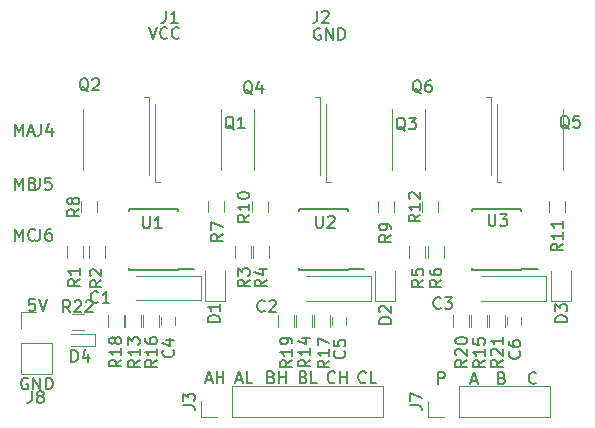
<source format=gbr>
G04 #@! TF.GenerationSoftware,KiCad,Pcbnew,(5.1.5-0-10_14)*
G04 #@! TF.CreationDate,2020-02-25T16:28:57+09:00*
G04 #@! TF.ProjectId,hbldc,68626c64-632e-46b6-9963-61645f706362,rev?*
G04 #@! TF.SameCoordinates,Original*
G04 #@! TF.FileFunction,Legend,Top*
G04 #@! TF.FilePolarity,Positive*
%FSLAX46Y46*%
G04 Gerber Fmt 4.6, Leading zero omitted, Abs format (unit mm)*
G04 Created by KiCad (PCBNEW (5.1.5-0-10_14)) date 2020-02-25 16:28:57*
%MOMM*%
%LPD*%
G04 APERTURE LIST*
%ADD10C,0.150000*%
%ADD11C,0.120000*%
G04 APERTURE END LIST*
D10*
X124309523Y-56627142D02*
X124261904Y-56674761D01*
X124119047Y-56722380D01*
X124023809Y-56722380D01*
X123880952Y-56674761D01*
X123785714Y-56579523D01*
X123738095Y-56484285D01*
X123690476Y-56293809D01*
X123690476Y-56150952D01*
X123738095Y-55960476D01*
X123785714Y-55865238D01*
X123880952Y-55770000D01*
X124023809Y-55722380D01*
X124119047Y-55722380D01*
X124261904Y-55770000D01*
X124309523Y-55817619D01*
X121421428Y-56198571D02*
X121564285Y-56246190D01*
X121611904Y-56293809D01*
X121659523Y-56389047D01*
X121659523Y-56531904D01*
X121611904Y-56627142D01*
X121564285Y-56674761D01*
X121469047Y-56722380D01*
X121088095Y-56722380D01*
X121088095Y-55722380D01*
X121421428Y-55722380D01*
X121516666Y-55770000D01*
X121564285Y-55817619D01*
X121611904Y-55912857D01*
X121611904Y-56008095D01*
X121564285Y-56103333D01*
X121516666Y-56150952D01*
X121421428Y-56198571D01*
X121088095Y-56198571D01*
X118791904Y-56436666D02*
X119268095Y-56436666D01*
X118696666Y-56722380D02*
X119030000Y-55722380D01*
X119363333Y-56722380D01*
X116018095Y-56722380D02*
X116018095Y-55722380D01*
X116399047Y-55722380D01*
X116494285Y-55770000D01*
X116541904Y-55817619D01*
X116589523Y-55912857D01*
X116589523Y-56055714D01*
X116541904Y-56150952D01*
X116494285Y-56198571D01*
X116399047Y-56246190D01*
X116018095Y-56246190D01*
X109894761Y-56567142D02*
X109847142Y-56614761D01*
X109704285Y-56662380D01*
X109609047Y-56662380D01*
X109466190Y-56614761D01*
X109370952Y-56519523D01*
X109323333Y-56424285D01*
X109275714Y-56233809D01*
X109275714Y-56090952D01*
X109323333Y-55900476D01*
X109370952Y-55805238D01*
X109466190Y-55710000D01*
X109609047Y-55662380D01*
X109704285Y-55662380D01*
X109847142Y-55710000D01*
X109894761Y-55757619D01*
X110799523Y-56662380D02*
X110323333Y-56662380D01*
X110323333Y-55662380D01*
X107275714Y-56567142D02*
X107228095Y-56614761D01*
X107085238Y-56662380D01*
X106990000Y-56662380D01*
X106847142Y-56614761D01*
X106751904Y-56519523D01*
X106704285Y-56424285D01*
X106656666Y-56233809D01*
X106656666Y-56090952D01*
X106704285Y-55900476D01*
X106751904Y-55805238D01*
X106847142Y-55710000D01*
X106990000Y-55662380D01*
X107085238Y-55662380D01*
X107228095Y-55710000D01*
X107275714Y-55757619D01*
X107704285Y-56662380D02*
X107704285Y-55662380D01*
X107704285Y-56138571D02*
X108275714Y-56138571D01*
X108275714Y-56662380D02*
X108275714Y-55662380D01*
X104626666Y-56138571D02*
X104769523Y-56186190D01*
X104817142Y-56233809D01*
X104864761Y-56329047D01*
X104864761Y-56471904D01*
X104817142Y-56567142D01*
X104769523Y-56614761D01*
X104674285Y-56662380D01*
X104293333Y-56662380D01*
X104293333Y-55662380D01*
X104626666Y-55662380D01*
X104721904Y-55710000D01*
X104769523Y-55757619D01*
X104817142Y-55852857D01*
X104817142Y-55948095D01*
X104769523Y-56043333D01*
X104721904Y-56090952D01*
X104626666Y-56138571D01*
X104293333Y-56138571D01*
X105769523Y-56662380D02*
X105293333Y-56662380D01*
X105293333Y-55662380D01*
X101897619Y-56138571D02*
X102040476Y-56186190D01*
X102088095Y-56233809D01*
X102135714Y-56329047D01*
X102135714Y-56471904D01*
X102088095Y-56567142D01*
X102040476Y-56614761D01*
X101945238Y-56662380D01*
X101564285Y-56662380D01*
X101564285Y-55662380D01*
X101897619Y-55662380D01*
X101992857Y-55710000D01*
X102040476Y-55757619D01*
X102088095Y-55852857D01*
X102088095Y-55948095D01*
X102040476Y-56043333D01*
X101992857Y-56090952D01*
X101897619Y-56138571D01*
X101564285Y-56138571D01*
X102564285Y-56662380D02*
X102564285Y-55662380D01*
X102564285Y-56138571D02*
X103135714Y-56138571D01*
X103135714Y-56662380D02*
X103135714Y-55662380D01*
X98917142Y-56376666D02*
X99393333Y-56376666D01*
X98821904Y-56662380D02*
X99155238Y-55662380D01*
X99488571Y-56662380D01*
X100298095Y-56662380D02*
X99821904Y-56662380D01*
X99821904Y-55662380D01*
X96358095Y-56376666D02*
X96834285Y-56376666D01*
X96262857Y-56662380D02*
X96596190Y-55662380D01*
X96929523Y-56662380D01*
X97262857Y-56662380D02*
X97262857Y-55662380D01*
X97262857Y-56138571D02*
X97834285Y-56138571D01*
X97834285Y-56662380D02*
X97834285Y-55662380D01*
X81278095Y-56230000D02*
X81182857Y-56182380D01*
X81040000Y-56182380D01*
X80897142Y-56230000D01*
X80801904Y-56325238D01*
X80754285Y-56420476D01*
X80706666Y-56610952D01*
X80706666Y-56753809D01*
X80754285Y-56944285D01*
X80801904Y-57039523D01*
X80897142Y-57134761D01*
X81040000Y-57182380D01*
X81135238Y-57182380D01*
X81278095Y-57134761D01*
X81325714Y-57087142D01*
X81325714Y-56753809D01*
X81135238Y-56753809D01*
X81754285Y-57182380D02*
X81754285Y-56182380D01*
X82325714Y-57182380D01*
X82325714Y-56182380D01*
X82801904Y-57182380D02*
X82801904Y-56182380D01*
X83040000Y-56182380D01*
X83182857Y-56230000D01*
X83278095Y-56325238D01*
X83325714Y-56420476D01*
X83373333Y-56610952D01*
X83373333Y-56753809D01*
X83325714Y-56944285D01*
X83278095Y-57039523D01*
X83182857Y-57134761D01*
X83040000Y-57182380D01*
X82801904Y-57182380D01*
X81869523Y-49552380D02*
X81393333Y-49552380D01*
X81345714Y-50028571D01*
X81393333Y-49980952D01*
X81488571Y-49933333D01*
X81726666Y-49933333D01*
X81821904Y-49980952D01*
X81869523Y-50028571D01*
X81917142Y-50123809D01*
X81917142Y-50361904D01*
X81869523Y-50457142D01*
X81821904Y-50504761D01*
X81726666Y-50552380D01*
X81488571Y-50552380D01*
X81393333Y-50504761D01*
X81345714Y-50457142D01*
X82202857Y-49552380D02*
X82536190Y-50552380D01*
X82869523Y-49552380D01*
X80198094Y-40272380D02*
X80198094Y-39272380D01*
X80531428Y-39986666D01*
X80864761Y-39272380D01*
X80864761Y-40272380D01*
X81674285Y-39748571D02*
X81817142Y-39796190D01*
X81864761Y-39843809D01*
X81912380Y-39939047D01*
X81912380Y-40081904D01*
X81864761Y-40177142D01*
X81817142Y-40224761D01*
X81721904Y-40272380D01*
X81340951Y-40272380D01*
X81340951Y-39272380D01*
X81674285Y-39272380D01*
X81769523Y-39320000D01*
X81817142Y-39367619D01*
X81864761Y-39462857D01*
X81864761Y-39558095D01*
X81817142Y-39653333D01*
X81769523Y-39700952D01*
X81674285Y-39748571D01*
X81340951Y-39748571D01*
X80198094Y-44592380D02*
X80198094Y-43592380D01*
X80531428Y-44306666D01*
X80864761Y-43592380D01*
X80864761Y-44592380D01*
X81912380Y-44497142D02*
X81864761Y-44544761D01*
X81721904Y-44592380D01*
X81626666Y-44592380D01*
X81483808Y-44544761D01*
X81388570Y-44449523D01*
X81340951Y-44354285D01*
X81293332Y-44163809D01*
X81293332Y-44020952D01*
X81340951Y-43830476D01*
X81388570Y-43735238D01*
X81483808Y-43640000D01*
X81626666Y-43592380D01*
X81721904Y-43592380D01*
X81864761Y-43640000D01*
X81912380Y-43687619D01*
X80198095Y-35702380D02*
X80198095Y-34702380D01*
X80531428Y-35416666D01*
X80864761Y-34702380D01*
X80864761Y-35702380D01*
X81293333Y-35416666D02*
X81769523Y-35416666D01*
X81198095Y-35702380D02*
X81531428Y-34702380D01*
X81864761Y-35702380D01*
X106058095Y-26630000D02*
X105962857Y-26582380D01*
X105820000Y-26582380D01*
X105677142Y-26630000D01*
X105581904Y-26725238D01*
X105534285Y-26820476D01*
X105486666Y-27010952D01*
X105486666Y-27153809D01*
X105534285Y-27344285D01*
X105581904Y-27439523D01*
X105677142Y-27534761D01*
X105820000Y-27582380D01*
X105915238Y-27582380D01*
X106058095Y-27534761D01*
X106105714Y-27487142D01*
X106105714Y-27153809D01*
X105915238Y-27153809D01*
X106534285Y-27582380D02*
X106534285Y-26582380D01*
X107105714Y-27582380D01*
X107105714Y-26582380D01*
X107581904Y-27582380D02*
X107581904Y-26582380D01*
X107820000Y-26582380D01*
X107962857Y-26630000D01*
X108058095Y-26725238D01*
X108105714Y-26820476D01*
X108153333Y-27010952D01*
X108153333Y-27153809D01*
X108105714Y-27344285D01*
X108058095Y-27439523D01*
X107962857Y-27534761D01*
X107820000Y-27582380D01*
X107581904Y-27582380D01*
X91516666Y-26512380D02*
X91850000Y-27512380D01*
X92183333Y-26512380D01*
X93088095Y-27417142D02*
X93040476Y-27464761D01*
X92897619Y-27512380D01*
X92802380Y-27512380D01*
X92659523Y-27464761D01*
X92564285Y-27369523D01*
X92516666Y-27274285D01*
X92469047Y-27083809D01*
X92469047Y-26940952D01*
X92516666Y-26750476D01*
X92564285Y-26655238D01*
X92659523Y-26560000D01*
X92802380Y-26512380D01*
X92897619Y-26512380D01*
X93040476Y-26560000D01*
X93088095Y-26607619D01*
X94088095Y-27417142D02*
X94040476Y-27464761D01*
X93897619Y-27512380D01*
X93802380Y-27512380D01*
X93659523Y-27464761D01*
X93564285Y-27369523D01*
X93516666Y-27274285D01*
X93469047Y-27083809D01*
X93469047Y-26940952D01*
X93516666Y-26750476D01*
X93564285Y-26655238D01*
X93659523Y-26560000D01*
X93802380Y-26512380D01*
X93897619Y-26512380D01*
X94040476Y-26560000D01*
X94088095Y-26607619D01*
D11*
X95900000Y-49650000D02*
X90400000Y-49650000D01*
X95900000Y-47550000D02*
X90400000Y-47550000D01*
X95900000Y-49650000D02*
X95900000Y-47550000D01*
X110326000Y-49660000D02*
X110326000Y-47560000D01*
X110326000Y-47560000D02*
X104826000Y-47560000D01*
X110326000Y-49660000D02*
X104826000Y-49660000D01*
X125150000Y-49660000D02*
X119650000Y-49660000D01*
X125150000Y-47560000D02*
X119650000Y-47560000D01*
X125150000Y-49660000D02*
X125150000Y-47560000D01*
X93730000Y-51070000D02*
X93730000Y-51770000D01*
X92530000Y-51770000D02*
X92530000Y-51070000D01*
X107020000Y-51770000D02*
X107020000Y-51070000D01*
X108220000Y-51070000D02*
X108220000Y-51770000D01*
X121870000Y-51770000D02*
X121870000Y-51070000D01*
X123070000Y-51070000D02*
X123070000Y-51770000D01*
X96310000Y-49710000D02*
X96310000Y-47160000D01*
X98010000Y-49710000D02*
X98010000Y-47160000D01*
X96310000Y-49710000D02*
X98010000Y-49710000D01*
X110690000Y-49740000D02*
X112390000Y-49740000D01*
X112390000Y-49740000D02*
X112390000Y-47190000D01*
X110690000Y-49740000D02*
X110690000Y-47190000D01*
X125540000Y-49700000D02*
X125540000Y-47150000D01*
X127240000Y-49700000D02*
X127240000Y-47150000D01*
X125540000Y-49700000D02*
X127240000Y-49700000D01*
X87000000Y-53500000D02*
X84900000Y-53500000D01*
X87000000Y-52500000D02*
X84900000Y-52500000D01*
X87000000Y-53500000D02*
X87000000Y-52500000D01*
X95970000Y-59530000D02*
X95970000Y-58200000D01*
X97300000Y-59530000D02*
X95970000Y-59530000D01*
X98570000Y-59530000D02*
X98570000Y-56870000D01*
X98570000Y-56870000D02*
X111330000Y-56870000D01*
X98570000Y-59530000D02*
X111330000Y-59530000D01*
X111330000Y-59530000D02*
X111330000Y-56870000D01*
X115170000Y-59530000D02*
X115170000Y-58200000D01*
X116500000Y-59530000D02*
X115170000Y-59530000D01*
X117770000Y-59530000D02*
X117770000Y-56870000D01*
X117770000Y-56870000D02*
X125450000Y-56870000D01*
X117770000Y-59530000D02*
X125450000Y-59530000D01*
X125450000Y-59530000D02*
X125450000Y-56870000D01*
X80670000Y-50670000D02*
X82000000Y-50670000D01*
X80670000Y-52000000D02*
X80670000Y-50670000D01*
X80670000Y-53270000D02*
X83330000Y-53270000D01*
X83330000Y-53270000D02*
X83330000Y-55870000D01*
X80670000Y-53270000D02*
X80670000Y-55870000D01*
X80670000Y-55870000D02*
X83330000Y-55870000D01*
X97640000Y-33450000D02*
X97640000Y-38650000D01*
X92040000Y-33050000D02*
X92040000Y-39650000D01*
X92040000Y-39650000D02*
X92440000Y-39650000D01*
X91550000Y-32440000D02*
X91150000Y-32440000D01*
X91550000Y-39040000D02*
X91550000Y-32440000D01*
X85950000Y-38640000D02*
X85950000Y-33440000D01*
X106510000Y-39650000D02*
X106910000Y-39650000D01*
X106510000Y-33050000D02*
X106510000Y-39650000D01*
X112110000Y-33450000D02*
X112110000Y-38650000D01*
X100410000Y-38650000D02*
X100410000Y-33450000D01*
X106010000Y-39050000D02*
X106010000Y-32450000D01*
X106010000Y-32450000D02*
X105610000Y-32450000D01*
X120970000Y-39650000D02*
X121370000Y-39650000D01*
X120970000Y-33050000D02*
X120970000Y-39650000D01*
X126570000Y-33450000D02*
X126570000Y-38650000D01*
X114880000Y-38630000D02*
X114880000Y-33430000D01*
X120480000Y-39030000D02*
X120480000Y-32430000D01*
X120480000Y-32430000D02*
X120080000Y-32430000D01*
X85920000Y-45070000D02*
X85920000Y-46070000D01*
X84560000Y-46070000D02*
X84560000Y-45070000D01*
X86420000Y-46070000D02*
X86420000Y-45070000D01*
X87780000Y-45070000D02*
X87780000Y-46070000D01*
X100190000Y-45060000D02*
X100190000Y-46060000D01*
X98830000Y-46060000D02*
X98830000Y-45060000D01*
X100320000Y-46060000D02*
X100320000Y-45060000D01*
X101680000Y-45060000D02*
X101680000Y-46060000D01*
X114940000Y-45070000D02*
X114940000Y-46070000D01*
X113580000Y-46070000D02*
X113580000Y-45070000D01*
X115120000Y-46070000D02*
X115120000Y-45070000D01*
X116480000Y-45070000D02*
X116480000Y-46070000D01*
X96540000Y-42200000D02*
X96540000Y-41200000D01*
X97900000Y-41200000D02*
X97900000Y-42200000D01*
X87160000Y-41200000D02*
X87160000Y-42200000D01*
X85800000Y-42200000D02*
X85800000Y-41200000D01*
X112290000Y-41200000D02*
X112290000Y-42200000D01*
X110930000Y-42200000D02*
X110930000Y-41200000D01*
X100220000Y-42200000D02*
X100220000Y-41200000D01*
X101580000Y-41200000D02*
X101580000Y-42200000D01*
X126780000Y-41200000D02*
X126780000Y-42200000D01*
X125420000Y-42200000D02*
X125420000Y-41200000D01*
X114670000Y-42200000D02*
X114670000Y-41200000D01*
X116030000Y-41200000D02*
X116030000Y-42200000D01*
X89520000Y-51920000D02*
X89520000Y-50920000D01*
X90880000Y-50920000D02*
X90880000Y-51920000D01*
X105320000Y-50920000D02*
X105320000Y-51920000D01*
X103960000Y-51920000D02*
X103960000Y-50920000D01*
X118790000Y-51920000D02*
X118790000Y-50920000D01*
X120150000Y-50920000D02*
X120150000Y-51920000D01*
X92380000Y-50920000D02*
X92380000Y-51920000D01*
X91020000Y-51920000D02*
X91020000Y-50920000D01*
X105480000Y-51920000D02*
X105480000Y-50920000D01*
X106840000Y-50920000D02*
X106840000Y-51920000D01*
X89390000Y-50920000D02*
X89390000Y-51920000D01*
X88030000Y-51920000D02*
X88030000Y-50920000D01*
X102444000Y-51920000D02*
X102444000Y-50920000D01*
X103804000Y-50920000D02*
X103804000Y-51920000D01*
X118630000Y-50920000D02*
X118630000Y-51920000D01*
X117270000Y-51920000D02*
X117270000Y-50920000D01*
X121680000Y-50920000D02*
X121680000Y-51920000D01*
X120320000Y-51920000D02*
X120320000Y-50920000D01*
X86000000Y-52180000D02*
X85000000Y-52180000D01*
X85000000Y-50820000D02*
X86000000Y-50820000D01*
D10*
X93985000Y-46995000D02*
X95385000Y-46995000D01*
X93985000Y-41895000D02*
X89835000Y-41895000D01*
X93985000Y-47045000D02*
X89835000Y-47045000D01*
X93985000Y-41895000D02*
X93985000Y-42040000D01*
X89835000Y-41895000D02*
X89835000Y-42040000D01*
X89835000Y-47045000D02*
X89835000Y-46900000D01*
X93985000Y-47045000D02*
X93985000Y-46995000D01*
X108365000Y-47045000D02*
X108365000Y-46995000D01*
X104215000Y-47045000D02*
X104215000Y-46900000D01*
X104215000Y-41895000D02*
X104215000Y-42040000D01*
X108365000Y-41895000D02*
X108365000Y-42040000D01*
X108365000Y-47045000D02*
X104215000Y-47045000D01*
X108365000Y-41895000D02*
X104215000Y-41895000D01*
X108365000Y-46995000D02*
X109765000Y-46995000D01*
X123075000Y-46995000D02*
X124475000Y-46995000D01*
X123075000Y-41895000D02*
X118925000Y-41895000D01*
X123075000Y-47045000D02*
X118925000Y-47045000D01*
X123075000Y-41895000D02*
X123075000Y-42040000D01*
X118925000Y-41895000D02*
X118925000Y-42040000D01*
X118925000Y-47045000D02*
X118925000Y-46900000D01*
X123075000Y-47045000D02*
X123075000Y-46995000D01*
X82406666Y-34702380D02*
X82406666Y-35416666D01*
X82359047Y-35559523D01*
X82263809Y-35654761D01*
X82120952Y-35702380D01*
X82025714Y-35702380D01*
X83311428Y-35035714D02*
X83311428Y-35702380D01*
X83073333Y-34654761D02*
X82835238Y-35369047D01*
X83454285Y-35369047D01*
X87223333Y-49777142D02*
X87175714Y-49824761D01*
X87032857Y-49872380D01*
X86937619Y-49872380D01*
X86794761Y-49824761D01*
X86699523Y-49729523D01*
X86651904Y-49634285D01*
X86604285Y-49443809D01*
X86604285Y-49300952D01*
X86651904Y-49110476D01*
X86699523Y-49015238D01*
X86794761Y-48920000D01*
X86937619Y-48872380D01*
X87032857Y-48872380D01*
X87175714Y-48920000D01*
X87223333Y-48967619D01*
X88175714Y-49872380D02*
X87604285Y-49872380D01*
X87890000Y-49872380D02*
X87890000Y-48872380D01*
X87794761Y-49015238D01*
X87699523Y-49110476D01*
X87604285Y-49158095D01*
X101323333Y-50537142D02*
X101275714Y-50584761D01*
X101132857Y-50632380D01*
X101037619Y-50632380D01*
X100894761Y-50584761D01*
X100799523Y-50489523D01*
X100751904Y-50394285D01*
X100704285Y-50203809D01*
X100704285Y-50060952D01*
X100751904Y-49870476D01*
X100799523Y-49775238D01*
X100894761Y-49680000D01*
X101037619Y-49632380D01*
X101132857Y-49632380D01*
X101275714Y-49680000D01*
X101323333Y-49727619D01*
X101704285Y-49727619D02*
X101751904Y-49680000D01*
X101847142Y-49632380D01*
X102085238Y-49632380D01*
X102180476Y-49680000D01*
X102228095Y-49727619D01*
X102275714Y-49822857D01*
X102275714Y-49918095D01*
X102228095Y-50060952D01*
X101656666Y-50632380D01*
X102275714Y-50632380D01*
X116243333Y-50277142D02*
X116195714Y-50324761D01*
X116052857Y-50372380D01*
X115957619Y-50372380D01*
X115814761Y-50324761D01*
X115719523Y-50229523D01*
X115671904Y-50134285D01*
X115624285Y-49943809D01*
X115624285Y-49800952D01*
X115671904Y-49610476D01*
X115719523Y-49515238D01*
X115814761Y-49420000D01*
X115957619Y-49372380D01*
X116052857Y-49372380D01*
X116195714Y-49420000D01*
X116243333Y-49467619D01*
X116576666Y-49372380D02*
X117195714Y-49372380D01*
X116862380Y-49753333D01*
X117005238Y-49753333D01*
X117100476Y-49800952D01*
X117148095Y-49848571D01*
X117195714Y-49943809D01*
X117195714Y-50181904D01*
X117148095Y-50277142D01*
X117100476Y-50324761D01*
X117005238Y-50372380D01*
X116719523Y-50372380D01*
X116624285Y-50324761D01*
X116576666Y-50277142D01*
X93567142Y-53856666D02*
X93614761Y-53904285D01*
X93662380Y-54047142D01*
X93662380Y-54142380D01*
X93614761Y-54285238D01*
X93519523Y-54380476D01*
X93424285Y-54428095D01*
X93233809Y-54475714D01*
X93090952Y-54475714D01*
X92900476Y-54428095D01*
X92805238Y-54380476D01*
X92710000Y-54285238D01*
X92662380Y-54142380D01*
X92662380Y-54047142D01*
X92710000Y-53904285D01*
X92757619Y-53856666D01*
X92995714Y-52999523D02*
X93662380Y-52999523D01*
X92614761Y-53237619D02*
X93329047Y-53475714D01*
X93329047Y-52856666D01*
X108077142Y-53916666D02*
X108124761Y-53964285D01*
X108172380Y-54107142D01*
X108172380Y-54202380D01*
X108124761Y-54345238D01*
X108029523Y-54440476D01*
X107934285Y-54488095D01*
X107743809Y-54535714D01*
X107600952Y-54535714D01*
X107410476Y-54488095D01*
X107315238Y-54440476D01*
X107220000Y-54345238D01*
X107172380Y-54202380D01*
X107172380Y-54107142D01*
X107220000Y-53964285D01*
X107267619Y-53916666D01*
X107172380Y-53011904D02*
X107172380Y-53488095D01*
X107648571Y-53535714D01*
X107600952Y-53488095D01*
X107553333Y-53392857D01*
X107553333Y-53154761D01*
X107600952Y-53059523D01*
X107648571Y-53011904D01*
X107743809Y-52964285D01*
X107981904Y-52964285D01*
X108077142Y-53011904D01*
X108124761Y-53059523D01*
X108172380Y-53154761D01*
X108172380Y-53392857D01*
X108124761Y-53488095D01*
X108077142Y-53535714D01*
X122887142Y-53956666D02*
X122934761Y-54004285D01*
X122982380Y-54147142D01*
X122982380Y-54242380D01*
X122934761Y-54385238D01*
X122839523Y-54480476D01*
X122744285Y-54528095D01*
X122553809Y-54575714D01*
X122410952Y-54575714D01*
X122220476Y-54528095D01*
X122125238Y-54480476D01*
X122030000Y-54385238D01*
X121982380Y-54242380D01*
X121982380Y-54147142D01*
X122030000Y-54004285D01*
X122077619Y-53956666D01*
X121982380Y-53099523D02*
X121982380Y-53290000D01*
X122030000Y-53385238D01*
X122077619Y-53432857D01*
X122220476Y-53528095D01*
X122410952Y-53575714D01*
X122791904Y-53575714D01*
X122887142Y-53528095D01*
X122934761Y-53480476D01*
X122982380Y-53385238D01*
X122982380Y-53194761D01*
X122934761Y-53099523D01*
X122887142Y-53051904D01*
X122791904Y-53004285D01*
X122553809Y-53004285D01*
X122458571Y-53051904D01*
X122410952Y-53099523D01*
X122363333Y-53194761D01*
X122363333Y-53385238D01*
X122410952Y-53480476D01*
X122458571Y-53528095D01*
X122553809Y-53575714D01*
X97522380Y-51458095D02*
X96522380Y-51458095D01*
X96522380Y-51220000D01*
X96570000Y-51077142D01*
X96665238Y-50981904D01*
X96760476Y-50934285D01*
X96950952Y-50886666D01*
X97093809Y-50886666D01*
X97284285Y-50934285D01*
X97379523Y-50981904D01*
X97474761Y-51077142D01*
X97522380Y-51220000D01*
X97522380Y-51458095D01*
X97522380Y-49934285D02*
X97522380Y-50505714D01*
X97522380Y-50220000D02*
X96522380Y-50220000D01*
X96665238Y-50315238D01*
X96760476Y-50410476D01*
X96808095Y-50505714D01*
X112042380Y-51618095D02*
X111042380Y-51618095D01*
X111042380Y-51380000D01*
X111090000Y-51237142D01*
X111185238Y-51141904D01*
X111280476Y-51094285D01*
X111470952Y-51046666D01*
X111613809Y-51046666D01*
X111804285Y-51094285D01*
X111899523Y-51141904D01*
X111994761Y-51237142D01*
X112042380Y-51380000D01*
X112042380Y-51618095D01*
X111137619Y-50665714D02*
X111090000Y-50618095D01*
X111042380Y-50522857D01*
X111042380Y-50284761D01*
X111090000Y-50189523D01*
X111137619Y-50141904D01*
X111232857Y-50094285D01*
X111328095Y-50094285D01*
X111470952Y-50141904D01*
X112042380Y-50713333D01*
X112042380Y-50094285D01*
X126942380Y-51488095D02*
X125942380Y-51488095D01*
X125942380Y-51250000D01*
X125990000Y-51107142D01*
X126085238Y-51011904D01*
X126180476Y-50964285D01*
X126370952Y-50916666D01*
X126513809Y-50916666D01*
X126704285Y-50964285D01*
X126799523Y-51011904D01*
X126894761Y-51107142D01*
X126942380Y-51250000D01*
X126942380Y-51488095D01*
X125942380Y-50583333D02*
X125942380Y-49964285D01*
X126323333Y-50297619D01*
X126323333Y-50154761D01*
X126370952Y-50059523D01*
X126418571Y-50011904D01*
X126513809Y-49964285D01*
X126751904Y-49964285D01*
X126847142Y-50011904D01*
X126894761Y-50059523D01*
X126942380Y-50154761D01*
X126942380Y-50440476D01*
X126894761Y-50535714D01*
X126847142Y-50583333D01*
X84961904Y-54852380D02*
X84961904Y-53852380D01*
X85200000Y-53852380D01*
X85342857Y-53900000D01*
X85438095Y-53995238D01*
X85485714Y-54090476D01*
X85533333Y-54280952D01*
X85533333Y-54423809D01*
X85485714Y-54614285D01*
X85438095Y-54709523D01*
X85342857Y-54804761D01*
X85200000Y-54852380D01*
X84961904Y-54852380D01*
X86390476Y-54185714D02*
X86390476Y-54852380D01*
X86152380Y-53804761D02*
X85914285Y-54519047D01*
X86533333Y-54519047D01*
X92976666Y-25132380D02*
X92976666Y-25846666D01*
X92929047Y-25989523D01*
X92833809Y-26084761D01*
X92690952Y-26132380D01*
X92595714Y-26132380D01*
X93976666Y-26132380D02*
X93405238Y-26132380D01*
X93690952Y-26132380D02*
X93690952Y-25132380D01*
X93595714Y-25275238D01*
X93500476Y-25370476D01*
X93405238Y-25418095D01*
X105776666Y-25132380D02*
X105776666Y-25846666D01*
X105729047Y-25989523D01*
X105633809Y-26084761D01*
X105490952Y-26132380D01*
X105395714Y-26132380D01*
X106205238Y-25227619D02*
X106252857Y-25180000D01*
X106348095Y-25132380D01*
X106586190Y-25132380D01*
X106681428Y-25180000D01*
X106729047Y-25227619D01*
X106776666Y-25322857D01*
X106776666Y-25418095D01*
X106729047Y-25560952D01*
X106157619Y-26132380D01*
X106776666Y-26132380D01*
X94422380Y-58533333D02*
X95136666Y-58533333D01*
X95279523Y-58580952D01*
X95374761Y-58676190D01*
X95422380Y-58819047D01*
X95422380Y-58914285D01*
X94422380Y-58152380D02*
X94422380Y-57533333D01*
X94803333Y-57866666D01*
X94803333Y-57723809D01*
X94850952Y-57628571D01*
X94898571Y-57580952D01*
X94993809Y-57533333D01*
X95231904Y-57533333D01*
X95327142Y-57580952D01*
X95374761Y-57628571D01*
X95422380Y-57723809D01*
X95422380Y-58009523D01*
X95374761Y-58104761D01*
X95327142Y-58152380D01*
X82286666Y-39272380D02*
X82286666Y-39986666D01*
X82239047Y-40129523D01*
X82143809Y-40224761D01*
X82000952Y-40272380D01*
X81905714Y-40272380D01*
X83239047Y-39272380D02*
X82762857Y-39272380D01*
X82715238Y-39748571D01*
X82762857Y-39700952D01*
X82858095Y-39653333D01*
X83096190Y-39653333D01*
X83191428Y-39700952D01*
X83239047Y-39748571D01*
X83286666Y-39843809D01*
X83286666Y-40081904D01*
X83239047Y-40177142D01*
X83191428Y-40224761D01*
X83096190Y-40272380D01*
X82858095Y-40272380D01*
X82762857Y-40224761D01*
X82715238Y-40177142D01*
X82336666Y-43592380D02*
X82336666Y-44306666D01*
X82289047Y-44449523D01*
X82193809Y-44544761D01*
X82050952Y-44592380D01*
X81955714Y-44592380D01*
X83241428Y-43592380D02*
X83050952Y-43592380D01*
X82955714Y-43640000D01*
X82908095Y-43687619D01*
X82812857Y-43830476D01*
X82765238Y-44020952D01*
X82765238Y-44401904D01*
X82812857Y-44497142D01*
X82860476Y-44544761D01*
X82955714Y-44592380D01*
X83146190Y-44592380D01*
X83241428Y-44544761D01*
X83289047Y-44497142D01*
X83336666Y-44401904D01*
X83336666Y-44163809D01*
X83289047Y-44068571D01*
X83241428Y-44020952D01*
X83146190Y-43973333D01*
X82955714Y-43973333D01*
X82860476Y-44020952D01*
X82812857Y-44068571D01*
X82765238Y-44163809D01*
X113622380Y-58533333D02*
X114336666Y-58533333D01*
X114479523Y-58580952D01*
X114574761Y-58676190D01*
X114622380Y-58819047D01*
X114622380Y-58914285D01*
X113622380Y-58152380D02*
X113622380Y-57485714D01*
X114622380Y-57914285D01*
X81606666Y-57332380D02*
X81606666Y-58046666D01*
X81559047Y-58189523D01*
X81463809Y-58284761D01*
X81320952Y-58332380D01*
X81225714Y-58332380D01*
X82225714Y-57760952D02*
X82130476Y-57713333D01*
X82082857Y-57665714D01*
X82035238Y-57570476D01*
X82035238Y-57522857D01*
X82082857Y-57427619D01*
X82130476Y-57380000D01*
X82225714Y-57332380D01*
X82416190Y-57332380D01*
X82511428Y-57380000D01*
X82559047Y-57427619D01*
X82606666Y-57522857D01*
X82606666Y-57570476D01*
X82559047Y-57665714D01*
X82511428Y-57713333D01*
X82416190Y-57760952D01*
X82225714Y-57760952D01*
X82130476Y-57808571D01*
X82082857Y-57856190D01*
X82035238Y-57951428D01*
X82035238Y-58141904D01*
X82082857Y-58237142D01*
X82130476Y-58284761D01*
X82225714Y-58332380D01*
X82416190Y-58332380D01*
X82511428Y-58284761D01*
X82559047Y-58237142D01*
X82606666Y-58141904D01*
X82606666Y-57951428D01*
X82559047Y-57856190D01*
X82511428Y-57808571D01*
X82416190Y-57760952D01*
X98734761Y-35187619D02*
X98639523Y-35140000D01*
X98544285Y-35044761D01*
X98401428Y-34901904D01*
X98306190Y-34854285D01*
X98210952Y-34854285D01*
X98258571Y-35092380D02*
X98163333Y-35044761D01*
X98068095Y-34949523D01*
X98020476Y-34759047D01*
X98020476Y-34425714D01*
X98068095Y-34235238D01*
X98163333Y-34140000D01*
X98258571Y-34092380D01*
X98449047Y-34092380D01*
X98544285Y-34140000D01*
X98639523Y-34235238D01*
X98687142Y-34425714D01*
X98687142Y-34759047D01*
X98639523Y-34949523D01*
X98544285Y-35044761D01*
X98449047Y-35092380D01*
X98258571Y-35092380D01*
X99639523Y-35092380D02*
X99068095Y-35092380D01*
X99353809Y-35092380D02*
X99353809Y-34092380D01*
X99258571Y-34235238D01*
X99163333Y-34330476D01*
X99068095Y-34378095D01*
X86414761Y-31957619D02*
X86319523Y-31910000D01*
X86224285Y-31814761D01*
X86081428Y-31671904D01*
X85986190Y-31624285D01*
X85890952Y-31624285D01*
X85938571Y-31862380D02*
X85843333Y-31814761D01*
X85748095Y-31719523D01*
X85700476Y-31529047D01*
X85700476Y-31195714D01*
X85748095Y-31005238D01*
X85843333Y-30910000D01*
X85938571Y-30862380D01*
X86129047Y-30862380D01*
X86224285Y-30910000D01*
X86319523Y-31005238D01*
X86367142Y-31195714D01*
X86367142Y-31529047D01*
X86319523Y-31719523D01*
X86224285Y-31814761D01*
X86129047Y-31862380D01*
X85938571Y-31862380D01*
X86748095Y-30957619D02*
X86795714Y-30910000D01*
X86890952Y-30862380D01*
X87129047Y-30862380D01*
X87224285Y-30910000D01*
X87271904Y-30957619D01*
X87319523Y-31052857D01*
X87319523Y-31148095D01*
X87271904Y-31290952D01*
X86700476Y-31862380D01*
X87319523Y-31862380D01*
X113224761Y-35267619D02*
X113129523Y-35220000D01*
X113034285Y-35124761D01*
X112891428Y-34981904D01*
X112796190Y-34934285D01*
X112700952Y-34934285D01*
X112748571Y-35172380D02*
X112653333Y-35124761D01*
X112558095Y-35029523D01*
X112510476Y-34839047D01*
X112510476Y-34505714D01*
X112558095Y-34315238D01*
X112653333Y-34220000D01*
X112748571Y-34172380D01*
X112939047Y-34172380D01*
X113034285Y-34220000D01*
X113129523Y-34315238D01*
X113177142Y-34505714D01*
X113177142Y-34839047D01*
X113129523Y-35029523D01*
X113034285Y-35124761D01*
X112939047Y-35172380D01*
X112748571Y-35172380D01*
X113510476Y-34172380D02*
X114129523Y-34172380D01*
X113796190Y-34553333D01*
X113939047Y-34553333D01*
X114034285Y-34600952D01*
X114081904Y-34648571D01*
X114129523Y-34743809D01*
X114129523Y-34981904D01*
X114081904Y-35077142D01*
X114034285Y-35124761D01*
X113939047Y-35172380D01*
X113653333Y-35172380D01*
X113558095Y-35124761D01*
X113510476Y-35077142D01*
X100294761Y-32207619D02*
X100199523Y-32160000D01*
X100104285Y-32064761D01*
X99961428Y-31921904D01*
X99866190Y-31874285D01*
X99770952Y-31874285D01*
X99818571Y-32112380D02*
X99723333Y-32064761D01*
X99628095Y-31969523D01*
X99580476Y-31779047D01*
X99580476Y-31445714D01*
X99628095Y-31255238D01*
X99723333Y-31160000D01*
X99818571Y-31112380D01*
X100009047Y-31112380D01*
X100104285Y-31160000D01*
X100199523Y-31255238D01*
X100247142Y-31445714D01*
X100247142Y-31779047D01*
X100199523Y-31969523D01*
X100104285Y-32064761D01*
X100009047Y-32112380D01*
X99818571Y-32112380D01*
X101104285Y-31445714D02*
X101104285Y-32112380D01*
X100866190Y-31064761D02*
X100628095Y-31779047D01*
X101247142Y-31779047D01*
X127104761Y-35117619D02*
X127009523Y-35070000D01*
X126914285Y-34974761D01*
X126771428Y-34831904D01*
X126676190Y-34784285D01*
X126580952Y-34784285D01*
X126628571Y-35022380D02*
X126533333Y-34974761D01*
X126438095Y-34879523D01*
X126390476Y-34689047D01*
X126390476Y-34355714D01*
X126438095Y-34165238D01*
X126533333Y-34070000D01*
X126628571Y-34022380D01*
X126819047Y-34022380D01*
X126914285Y-34070000D01*
X127009523Y-34165238D01*
X127057142Y-34355714D01*
X127057142Y-34689047D01*
X127009523Y-34879523D01*
X126914285Y-34974761D01*
X126819047Y-35022380D01*
X126628571Y-35022380D01*
X127961904Y-34022380D02*
X127485714Y-34022380D01*
X127438095Y-34498571D01*
X127485714Y-34450952D01*
X127580952Y-34403333D01*
X127819047Y-34403333D01*
X127914285Y-34450952D01*
X127961904Y-34498571D01*
X128009523Y-34593809D01*
X128009523Y-34831904D01*
X127961904Y-34927142D01*
X127914285Y-34974761D01*
X127819047Y-35022380D01*
X127580952Y-35022380D01*
X127485714Y-34974761D01*
X127438095Y-34927142D01*
X114594761Y-32097619D02*
X114499523Y-32050000D01*
X114404285Y-31954761D01*
X114261428Y-31811904D01*
X114166190Y-31764285D01*
X114070952Y-31764285D01*
X114118571Y-32002380D02*
X114023333Y-31954761D01*
X113928095Y-31859523D01*
X113880476Y-31669047D01*
X113880476Y-31335714D01*
X113928095Y-31145238D01*
X114023333Y-31050000D01*
X114118571Y-31002380D01*
X114309047Y-31002380D01*
X114404285Y-31050000D01*
X114499523Y-31145238D01*
X114547142Y-31335714D01*
X114547142Y-31669047D01*
X114499523Y-31859523D01*
X114404285Y-31954761D01*
X114309047Y-32002380D01*
X114118571Y-32002380D01*
X115404285Y-31002380D02*
X115213809Y-31002380D01*
X115118571Y-31050000D01*
X115070952Y-31097619D01*
X114975714Y-31240476D01*
X114928095Y-31430952D01*
X114928095Y-31811904D01*
X114975714Y-31907142D01*
X115023333Y-31954761D01*
X115118571Y-32002380D01*
X115309047Y-32002380D01*
X115404285Y-31954761D01*
X115451904Y-31907142D01*
X115499523Y-31811904D01*
X115499523Y-31573809D01*
X115451904Y-31478571D01*
X115404285Y-31430952D01*
X115309047Y-31383333D01*
X115118571Y-31383333D01*
X115023333Y-31430952D01*
X114975714Y-31478571D01*
X114928095Y-31573809D01*
X85662380Y-47856666D02*
X85186190Y-48190000D01*
X85662380Y-48428095D02*
X84662380Y-48428095D01*
X84662380Y-48047142D01*
X84710000Y-47951904D01*
X84757619Y-47904285D01*
X84852857Y-47856666D01*
X84995714Y-47856666D01*
X85090952Y-47904285D01*
X85138571Y-47951904D01*
X85186190Y-48047142D01*
X85186190Y-48428095D01*
X85662380Y-46904285D02*
X85662380Y-47475714D01*
X85662380Y-47190000D02*
X84662380Y-47190000D01*
X84805238Y-47285238D01*
X84900476Y-47380476D01*
X84948095Y-47475714D01*
X87512380Y-47946666D02*
X87036190Y-48280000D01*
X87512380Y-48518095D02*
X86512380Y-48518095D01*
X86512380Y-48137142D01*
X86560000Y-48041904D01*
X86607619Y-47994285D01*
X86702857Y-47946666D01*
X86845714Y-47946666D01*
X86940952Y-47994285D01*
X86988571Y-48041904D01*
X87036190Y-48137142D01*
X87036190Y-48518095D01*
X86607619Y-47565714D02*
X86560000Y-47518095D01*
X86512380Y-47422857D01*
X86512380Y-47184761D01*
X86560000Y-47089523D01*
X86607619Y-47041904D01*
X86702857Y-46994285D01*
X86798095Y-46994285D01*
X86940952Y-47041904D01*
X87512380Y-47613333D01*
X87512380Y-46994285D01*
X100052380Y-47886666D02*
X99576190Y-48220000D01*
X100052380Y-48458095D02*
X99052380Y-48458095D01*
X99052380Y-48077142D01*
X99100000Y-47981904D01*
X99147619Y-47934285D01*
X99242857Y-47886666D01*
X99385714Y-47886666D01*
X99480952Y-47934285D01*
X99528571Y-47981904D01*
X99576190Y-48077142D01*
X99576190Y-48458095D01*
X99052380Y-47553333D02*
X99052380Y-46934285D01*
X99433333Y-47267619D01*
X99433333Y-47124761D01*
X99480952Y-47029523D01*
X99528571Y-46981904D01*
X99623809Y-46934285D01*
X99861904Y-46934285D01*
X99957142Y-46981904D01*
X100004761Y-47029523D01*
X100052380Y-47124761D01*
X100052380Y-47410476D01*
X100004761Y-47505714D01*
X99957142Y-47553333D01*
X101492380Y-47886666D02*
X101016190Y-48220000D01*
X101492380Y-48458095D02*
X100492380Y-48458095D01*
X100492380Y-48077142D01*
X100540000Y-47981904D01*
X100587619Y-47934285D01*
X100682857Y-47886666D01*
X100825714Y-47886666D01*
X100920952Y-47934285D01*
X100968571Y-47981904D01*
X101016190Y-48077142D01*
X101016190Y-48458095D01*
X100825714Y-47029523D02*
X101492380Y-47029523D01*
X100444761Y-47267619D02*
X101159047Y-47505714D01*
X101159047Y-46886666D01*
X114772380Y-47906666D02*
X114296190Y-48240000D01*
X114772380Y-48478095D02*
X113772380Y-48478095D01*
X113772380Y-48097142D01*
X113820000Y-48001904D01*
X113867619Y-47954285D01*
X113962857Y-47906666D01*
X114105714Y-47906666D01*
X114200952Y-47954285D01*
X114248571Y-48001904D01*
X114296190Y-48097142D01*
X114296190Y-48478095D01*
X113772380Y-47001904D02*
X113772380Y-47478095D01*
X114248571Y-47525714D01*
X114200952Y-47478095D01*
X114153333Y-47382857D01*
X114153333Y-47144761D01*
X114200952Y-47049523D01*
X114248571Y-47001904D01*
X114343809Y-46954285D01*
X114581904Y-46954285D01*
X114677142Y-47001904D01*
X114724761Y-47049523D01*
X114772380Y-47144761D01*
X114772380Y-47382857D01*
X114724761Y-47478095D01*
X114677142Y-47525714D01*
X116302380Y-47916666D02*
X115826190Y-48250000D01*
X116302380Y-48488095D02*
X115302380Y-48488095D01*
X115302380Y-48107142D01*
X115350000Y-48011904D01*
X115397619Y-47964285D01*
X115492857Y-47916666D01*
X115635714Y-47916666D01*
X115730952Y-47964285D01*
X115778571Y-48011904D01*
X115826190Y-48107142D01*
X115826190Y-48488095D01*
X115302380Y-47059523D02*
X115302380Y-47250000D01*
X115350000Y-47345238D01*
X115397619Y-47392857D01*
X115540476Y-47488095D01*
X115730952Y-47535714D01*
X116111904Y-47535714D01*
X116207142Y-47488095D01*
X116254761Y-47440476D01*
X116302380Y-47345238D01*
X116302380Y-47154761D01*
X116254761Y-47059523D01*
X116207142Y-47011904D01*
X116111904Y-46964285D01*
X115873809Y-46964285D01*
X115778571Y-47011904D01*
X115730952Y-47059523D01*
X115683333Y-47154761D01*
X115683333Y-47345238D01*
X115730952Y-47440476D01*
X115778571Y-47488095D01*
X115873809Y-47535714D01*
X97772380Y-44046666D02*
X97296190Y-44380000D01*
X97772380Y-44618095D02*
X96772380Y-44618095D01*
X96772380Y-44237142D01*
X96820000Y-44141904D01*
X96867619Y-44094285D01*
X96962857Y-44046666D01*
X97105714Y-44046666D01*
X97200952Y-44094285D01*
X97248571Y-44141904D01*
X97296190Y-44237142D01*
X97296190Y-44618095D01*
X96772380Y-43713333D02*
X96772380Y-43046666D01*
X97772380Y-43475238D01*
X85632380Y-41906666D02*
X85156190Y-42240000D01*
X85632380Y-42478095D02*
X84632380Y-42478095D01*
X84632380Y-42097142D01*
X84680000Y-42001904D01*
X84727619Y-41954285D01*
X84822857Y-41906666D01*
X84965714Y-41906666D01*
X85060952Y-41954285D01*
X85108571Y-42001904D01*
X85156190Y-42097142D01*
X85156190Y-42478095D01*
X85060952Y-41335238D02*
X85013333Y-41430476D01*
X84965714Y-41478095D01*
X84870476Y-41525714D01*
X84822857Y-41525714D01*
X84727619Y-41478095D01*
X84680000Y-41430476D01*
X84632380Y-41335238D01*
X84632380Y-41144761D01*
X84680000Y-41049523D01*
X84727619Y-41001904D01*
X84822857Y-40954285D01*
X84870476Y-40954285D01*
X84965714Y-41001904D01*
X85013333Y-41049523D01*
X85060952Y-41144761D01*
X85060952Y-41335238D01*
X85108571Y-41430476D01*
X85156190Y-41478095D01*
X85251428Y-41525714D01*
X85441904Y-41525714D01*
X85537142Y-41478095D01*
X85584761Y-41430476D01*
X85632380Y-41335238D01*
X85632380Y-41144761D01*
X85584761Y-41049523D01*
X85537142Y-41001904D01*
X85441904Y-40954285D01*
X85251428Y-40954285D01*
X85156190Y-41001904D01*
X85108571Y-41049523D01*
X85060952Y-41144761D01*
X112032380Y-44096666D02*
X111556190Y-44430000D01*
X112032380Y-44668095D02*
X111032380Y-44668095D01*
X111032380Y-44287142D01*
X111080000Y-44191904D01*
X111127619Y-44144285D01*
X111222857Y-44096666D01*
X111365714Y-44096666D01*
X111460952Y-44144285D01*
X111508571Y-44191904D01*
X111556190Y-44287142D01*
X111556190Y-44668095D01*
X112032380Y-43620476D02*
X112032380Y-43430000D01*
X111984761Y-43334761D01*
X111937142Y-43287142D01*
X111794285Y-43191904D01*
X111603809Y-43144285D01*
X111222857Y-43144285D01*
X111127619Y-43191904D01*
X111080000Y-43239523D01*
X111032380Y-43334761D01*
X111032380Y-43525238D01*
X111080000Y-43620476D01*
X111127619Y-43668095D01*
X111222857Y-43715714D01*
X111460952Y-43715714D01*
X111556190Y-43668095D01*
X111603809Y-43620476D01*
X111651428Y-43525238D01*
X111651428Y-43334761D01*
X111603809Y-43239523D01*
X111556190Y-43191904D01*
X111460952Y-43144285D01*
X100032380Y-42402857D02*
X99556190Y-42736190D01*
X100032380Y-42974285D02*
X99032380Y-42974285D01*
X99032380Y-42593333D01*
X99080000Y-42498095D01*
X99127619Y-42450476D01*
X99222857Y-42402857D01*
X99365714Y-42402857D01*
X99460952Y-42450476D01*
X99508571Y-42498095D01*
X99556190Y-42593333D01*
X99556190Y-42974285D01*
X100032380Y-41450476D02*
X100032380Y-42021904D01*
X100032380Y-41736190D02*
X99032380Y-41736190D01*
X99175238Y-41831428D01*
X99270476Y-41926666D01*
X99318095Y-42021904D01*
X99032380Y-40831428D02*
X99032380Y-40736190D01*
X99080000Y-40640952D01*
X99127619Y-40593333D01*
X99222857Y-40545714D01*
X99413333Y-40498095D01*
X99651428Y-40498095D01*
X99841904Y-40545714D01*
X99937142Y-40593333D01*
X99984761Y-40640952D01*
X100032380Y-40736190D01*
X100032380Y-40831428D01*
X99984761Y-40926666D01*
X99937142Y-40974285D01*
X99841904Y-41021904D01*
X99651428Y-41069523D01*
X99413333Y-41069523D01*
X99222857Y-41021904D01*
X99127619Y-40974285D01*
X99080000Y-40926666D01*
X99032380Y-40831428D01*
X126582380Y-44842857D02*
X126106190Y-45176190D01*
X126582380Y-45414285D02*
X125582380Y-45414285D01*
X125582380Y-45033333D01*
X125630000Y-44938095D01*
X125677619Y-44890476D01*
X125772857Y-44842857D01*
X125915714Y-44842857D01*
X126010952Y-44890476D01*
X126058571Y-44938095D01*
X126106190Y-45033333D01*
X126106190Y-45414285D01*
X126582380Y-43890476D02*
X126582380Y-44461904D01*
X126582380Y-44176190D02*
X125582380Y-44176190D01*
X125725238Y-44271428D01*
X125820476Y-44366666D01*
X125868095Y-44461904D01*
X126582380Y-42938095D02*
X126582380Y-43509523D01*
X126582380Y-43223809D02*
X125582380Y-43223809D01*
X125725238Y-43319047D01*
X125820476Y-43414285D01*
X125868095Y-43509523D01*
X114522380Y-42382857D02*
X114046190Y-42716190D01*
X114522380Y-42954285D02*
X113522380Y-42954285D01*
X113522380Y-42573333D01*
X113570000Y-42478095D01*
X113617619Y-42430476D01*
X113712857Y-42382857D01*
X113855714Y-42382857D01*
X113950952Y-42430476D01*
X113998571Y-42478095D01*
X114046190Y-42573333D01*
X114046190Y-42954285D01*
X114522380Y-41430476D02*
X114522380Y-42001904D01*
X114522380Y-41716190D02*
X113522380Y-41716190D01*
X113665238Y-41811428D01*
X113760476Y-41906666D01*
X113808095Y-42001904D01*
X113617619Y-41049523D02*
X113570000Y-41001904D01*
X113522380Y-40906666D01*
X113522380Y-40668571D01*
X113570000Y-40573333D01*
X113617619Y-40525714D01*
X113712857Y-40478095D01*
X113808095Y-40478095D01*
X113950952Y-40525714D01*
X114522380Y-41097142D01*
X114522380Y-40478095D01*
X90742380Y-54692857D02*
X90266190Y-55026190D01*
X90742380Y-55264285D02*
X89742380Y-55264285D01*
X89742380Y-54883333D01*
X89790000Y-54788095D01*
X89837619Y-54740476D01*
X89932857Y-54692857D01*
X90075714Y-54692857D01*
X90170952Y-54740476D01*
X90218571Y-54788095D01*
X90266190Y-54883333D01*
X90266190Y-55264285D01*
X90742380Y-53740476D02*
X90742380Y-54311904D01*
X90742380Y-54026190D02*
X89742380Y-54026190D01*
X89885238Y-54121428D01*
X89980476Y-54216666D01*
X90028095Y-54311904D01*
X89742380Y-53407142D02*
X89742380Y-52788095D01*
X90123333Y-53121428D01*
X90123333Y-52978571D01*
X90170952Y-52883333D01*
X90218571Y-52835714D01*
X90313809Y-52788095D01*
X90551904Y-52788095D01*
X90647142Y-52835714D01*
X90694761Y-52883333D01*
X90742380Y-52978571D01*
X90742380Y-53264285D01*
X90694761Y-53359523D01*
X90647142Y-53407142D01*
X105192380Y-54672857D02*
X104716190Y-55006190D01*
X105192380Y-55244285D02*
X104192380Y-55244285D01*
X104192380Y-54863333D01*
X104240000Y-54768095D01*
X104287619Y-54720476D01*
X104382857Y-54672857D01*
X104525714Y-54672857D01*
X104620952Y-54720476D01*
X104668571Y-54768095D01*
X104716190Y-54863333D01*
X104716190Y-55244285D01*
X105192380Y-53720476D02*
X105192380Y-54291904D01*
X105192380Y-54006190D02*
X104192380Y-54006190D01*
X104335238Y-54101428D01*
X104430476Y-54196666D01*
X104478095Y-54291904D01*
X104525714Y-52863333D02*
X105192380Y-52863333D01*
X104144761Y-53101428D02*
X104859047Y-53339523D01*
X104859047Y-52720476D01*
X119972380Y-54722857D02*
X119496190Y-55056190D01*
X119972380Y-55294285D02*
X118972380Y-55294285D01*
X118972380Y-54913333D01*
X119020000Y-54818095D01*
X119067619Y-54770476D01*
X119162857Y-54722857D01*
X119305714Y-54722857D01*
X119400952Y-54770476D01*
X119448571Y-54818095D01*
X119496190Y-54913333D01*
X119496190Y-55294285D01*
X119972380Y-53770476D02*
X119972380Y-54341904D01*
X119972380Y-54056190D02*
X118972380Y-54056190D01*
X119115238Y-54151428D01*
X119210476Y-54246666D01*
X119258095Y-54341904D01*
X118972380Y-52865714D02*
X118972380Y-53341904D01*
X119448571Y-53389523D01*
X119400952Y-53341904D01*
X119353333Y-53246666D01*
X119353333Y-53008571D01*
X119400952Y-52913333D01*
X119448571Y-52865714D01*
X119543809Y-52818095D01*
X119781904Y-52818095D01*
X119877142Y-52865714D01*
X119924761Y-52913333D01*
X119972380Y-53008571D01*
X119972380Y-53246666D01*
X119924761Y-53341904D01*
X119877142Y-53389523D01*
X92202380Y-54682857D02*
X91726190Y-55016190D01*
X92202380Y-55254285D02*
X91202380Y-55254285D01*
X91202380Y-54873333D01*
X91250000Y-54778095D01*
X91297619Y-54730476D01*
X91392857Y-54682857D01*
X91535714Y-54682857D01*
X91630952Y-54730476D01*
X91678571Y-54778095D01*
X91726190Y-54873333D01*
X91726190Y-55254285D01*
X92202380Y-53730476D02*
X92202380Y-54301904D01*
X92202380Y-54016190D02*
X91202380Y-54016190D01*
X91345238Y-54111428D01*
X91440476Y-54206666D01*
X91488095Y-54301904D01*
X91202380Y-52873333D02*
X91202380Y-53063809D01*
X91250000Y-53159047D01*
X91297619Y-53206666D01*
X91440476Y-53301904D01*
X91630952Y-53349523D01*
X92011904Y-53349523D01*
X92107142Y-53301904D01*
X92154761Y-53254285D01*
X92202380Y-53159047D01*
X92202380Y-52968571D01*
X92154761Y-52873333D01*
X92107142Y-52825714D01*
X92011904Y-52778095D01*
X91773809Y-52778095D01*
X91678571Y-52825714D01*
X91630952Y-52873333D01*
X91583333Y-52968571D01*
X91583333Y-53159047D01*
X91630952Y-53254285D01*
X91678571Y-53301904D01*
X91773809Y-53349523D01*
X106812380Y-54752857D02*
X106336190Y-55086190D01*
X106812380Y-55324285D02*
X105812380Y-55324285D01*
X105812380Y-54943333D01*
X105860000Y-54848095D01*
X105907619Y-54800476D01*
X106002857Y-54752857D01*
X106145714Y-54752857D01*
X106240952Y-54800476D01*
X106288571Y-54848095D01*
X106336190Y-54943333D01*
X106336190Y-55324285D01*
X106812380Y-53800476D02*
X106812380Y-54371904D01*
X106812380Y-54086190D02*
X105812380Y-54086190D01*
X105955238Y-54181428D01*
X106050476Y-54276666D01*
X106098095Y-54371904D01*
X105812380Y-53467142D02*
X105812380Y-52800476D01*
X106812380Y-53229047D01*
X89192380Y-54672857D02*
X88716190Y-55006190D01*
X89192380Y-55244285D02*
X88192380Y-55244285D01*
X88192380Y-54863333D01*
X88240000Y-54768095D01*
X88287619Y-54720476D01*
X88382857Y-54672857D01*
X88525714Y-54672857D01*
X88620952Y-54720476D01*
X88668571Y-54768095D01*
X88716190Y-54863333D01*
X88716190Y-55244285D01*
X89192380Y-53720476D02*
X89192380Y-54291904D01*
X89192380Y-54006190D02*
X88192380Y-54006190D01*
X88335238Y-54101428D01*
X88430476Y-54196666D01*
X88478095Y-54291904D01*
X88620952Y-53149047D02*
X88573333Y-53244285D01*
X88525714Y-53291904D01*
X88430476Y-53339523D01*
X88382857Y-53339523D01*
X88287619Y-53291904D01*
X88240000Y-53244285D01*
X88192380Y-53149047D01*
X88192380Y-52958571D01*
X88240000Y-52863333D01*
X88287619Y-52815714D01*
X88382857Y-52768095D01*
X88430476Y-52768095D01*
X88525714Y-52815714D01*
X88573333Y-52863333D01*
X88620952Y-52958571D01*
X88620952Y-53149047D01*
X88668571Y-53244285D01*
X88716190Y-53291904D01*
X88811428Y-53339523D01*
X89001904Y-53339523D01*
X89097142Y-53291904D01*
X89144761Y-53244285D01*
X89192380Y-53149047D01*
X89192380Y-52958571D01*
X89144761Y-52863333D01*
X89097142Y-52815714D01*
X89001904Y-52768095D01*
X88811428Y-52768095D01*
X88716190Y-52815714D01*
X88668571Y-52863333D01*
X88620952Y-52958571D01*
X103656380Y-54702857D02*
X103180190Y-55036190D01*
X103656380Y-55274285D02*
X102656380Y-55274285D01*
X102656380Y-54893333D01*
X102704000Y-54798095D01*
X102751619Y-54750476D01*
X102846857Y-54702857D01*
X102989714Y-54702857D01*
X103084952Y-54750476D01*
X103132571Y-54798095D01*
X103180190Y-54893333D01*
X103180190Y-55274285D01*
X103656380Y-53750476D02*
X103656380Y-54321904D01*
X103656380Y-54036190D02*
X102656380Y-54036190D01*
X102799238Y-54131428D01*
X102894476Y-54226666D01*
X102942095Y-54321904D01*
X103656380Y-53274285D02*
X103656380Y-53083809D01*
X103608761Y-52988571D01*
X103561142Y-52940952D01*
X103418285Y-52845714D01*
X103227809Y-52798095D01*
X102846857Y-52798095D01*
X102751619Y-52845714D01*
X102704000Y-52893333D01*
X102656380Y-52988571D01*
X102656380Y-53179047D01*
X102704000Y-53274285D01*
X102751619Y-53321904D01*
X102846857Y-53369523D01*
X103084952Y-53369523D01*
X103180190Y-53321904D01*
X103227809Y-53274285D01*
X103275428Y-53179047D01*
X103275428Y-52988571D01*
X103227809Y-52893333D01*
X103180190Y-52845714D01*
X103084952Y-52798095D01*
X118472380Y-54682857D02*
X117996190Y-55016190D01*
X118472380Y-55254285D02*
X117472380Y-55254285D01*
X117472380Y-54873333D01*
X117520000Y-54778095D01*
X117567619Y-54730476D01*
X117662857Y-54682857D01*
X117805714Y-54682857D01*
X117900952Y-54730476D01*
X117948571Y-54778095D01*
X117996190Y-54873333D01*
X117996190Y-55254285D01*
X117567619Y-54301904D02*
X117520000Y-54254285D01*
X117472380Y-54159047D01*
X117472380Y-53920952D01*
X117520000Y-53825714D01*
X117567619Y-53778095D01*
X117662857Y-53730476D01*
X117758095Y-53730476D01*
X117900952Y-53778095D01*
X118472380Y-54349523D01*
X118472380Y-53730476D01*
X117472380Y-53111428D02*
X117472380Y-53016190D01*
X117520000Y-52920952D01*
X117567619Y-52873333D01*
X117662857Y-52825714D01*
X117853333Y-52778095D01*
X118091428Y-52778095D01*
X118281904Y-52825714D01*
X118377142Y-52873333D01*
X118424761Y-52920952D01*
X118472380Y-53016190D01*
X118472380Y-53111428D01*
X118424761Y-53206666D01*
X118377142Y-53254285D01*
X118281904Y-53301904D01*
X118091428Y-53349523D01*
X117853333Y-53349523D01*
X117662857Y-53301904D01*
X117567619Y-53254285D01*
X117520000Y-53206666D01*
X117472380Y-53111428D01*
X121482380Y-54682857D02*
X121006190Y-55016190D01*
X121482380Y-55254285D02*
X120482380Y-55254285D01*
X120482380Y-54873333D01*
X120530000Y-54778095D01*
X120577619Y-54730476D01*
X120672857Y-54682857D01*
X120815714Y-54682857D01*
X120910952Y-54730476D01*
X120958571Y-54778095D01*
X121006190Y-54873333D01*
X121006190Y-55254285D01*
X120577619Y-54301904D02*
X120530000Y-54254285D01*
X120482380Y-54159047D01*
X120482380Y-53920952D01*
X120530000Y-53825714D01*
X120577619Y-53778095D01*
X120672857Y-53730476D01*
X120768095Y-53730476D01*
X120910952Y-53778095D01*
X121482380Y-54349523D01*
X121482380Y-53730476D01*
X121482380Y-52778095D02*
X121482380Y-53349523D01*
X121482380Y-53063809D02*
X120482380Y-53063809D01*
X120625238Y-53159047D01*
X120720476Y-53254285D01*
X120768095Y-53349523D01*
X84857142Y-50652380D02*
X84523809Y-50176190D01*
X84285714Y-50652380D02*
X84285714Y-49652380D01*
X84666666Y-49652380D01*
X84761904Y-49700000D01*
X84809523Y-49747619D01*
X84857142Y-49842857D01*
X84857142Y-49985714D01*
X84809523Y-50080952D01*
X84761904Y-50128571D01*
X84666666Y-50176190D01*
X84285714Y-50176190D01*
X85238095Y-49747619D02*
X85285714Y-49700000D01*
X85380952Y-49652380D01*
X85619047Y-49652380D01*
X85714285Y-49700000D01*
X85761904Y-49747619D01*
X85809523Y-49842857D01*
X85809523Y-49938095D01*
X85761904Y-50080952D01*
X85190476Y-50652380D01*
X85809523Y-50652380D01*
X86190476Y-49747619D02*
X86238095Y-49700000D01*
X86333333Y-49652380D01*
X86571428Y-49652380D01*
X86666666Y-49700000D01*
X86714285Y-49747619D01*
X86761904Y-49842857D01*
X86761904Y-49938095D01*
X86714285Y-50080952D01*
X86142857Y-50652380D01*
X86761904Y-50652380D01*
X91048095Y-42532380D02*
X91048095Y-43341904D01*
X91095714Y-43437142D01*
X91143333Y-43484761D01*
X91238571Y-43532380D01*
X91429047Y-43532380D01*
X91524285Y-43484761D01*
X91571904Y-43437142D01*
X91619523Y-43341904D01*
X91619523Y-42532380D01*
X92619523Y-43532380D02*
X92048095Y-43532380D01*
X92333809Y-43532380D02*
X92333809Y-42532380D01*
X92238571Y-42675238D01*
X92143333Y-42770476D01*
X92048095Y-42818095D01*
X105698095Y-42492380D02*
X105698095Y-43301904D01*
X105745714Y-43397142D01*
X105793333Y-43444761D01*
X105888571Y-43492380D01*
X106079047Y-43492380D01*
X106174285Y-43444761D01*
X106221904Y-43397142D01*
X106269523Y-43301904D01*
X106269523Y-42492380D01*
X106698095Y-42587619D02*
X106745714Y-42540000D01*
X106840952Y-42492380D01*
X107079047Y-42492380D01*
X107174285Y-42540000D01*
X107221904Y-42587619D01*
X107269523Y-42682857D01*
X107269523Y-42778095D01*
X107221904Y-42920952D01*
X106650476Y-43492380D01*
X107269523Y-43492380D01*
X120288095Y-42352380D02*
X120288095Y-43161904D01*
X120335714Y-43257142D01*
X120383333Y-43304761D01*
X120478571Y-43352380D01*
X120669047Y-43352380D01*
X120764285Y-43304761D01*
X120811904Y-43257142D01*
X120859523Y-43161904D01*
X120859523Y-42352380D01*
X121240476Y-42352380D02*
X121859523Y-42352380D01*
X121526190Y-42733333D01*
X121669047Y-42733333D01*
X121764285Y-42780952D01*
X121811904Y-42828571D01*
X121859523Y-42923809D01*
X121859523Y-43161904D01*
X121811904Y-43257142D01*
X121764285Y-43304761D01*
X121669047Y-43352380D01*
X121383333Y-43352380D01*
X121288095Y-43304761D01*
X121240476Y-43257142D01*
M02*

</source>
